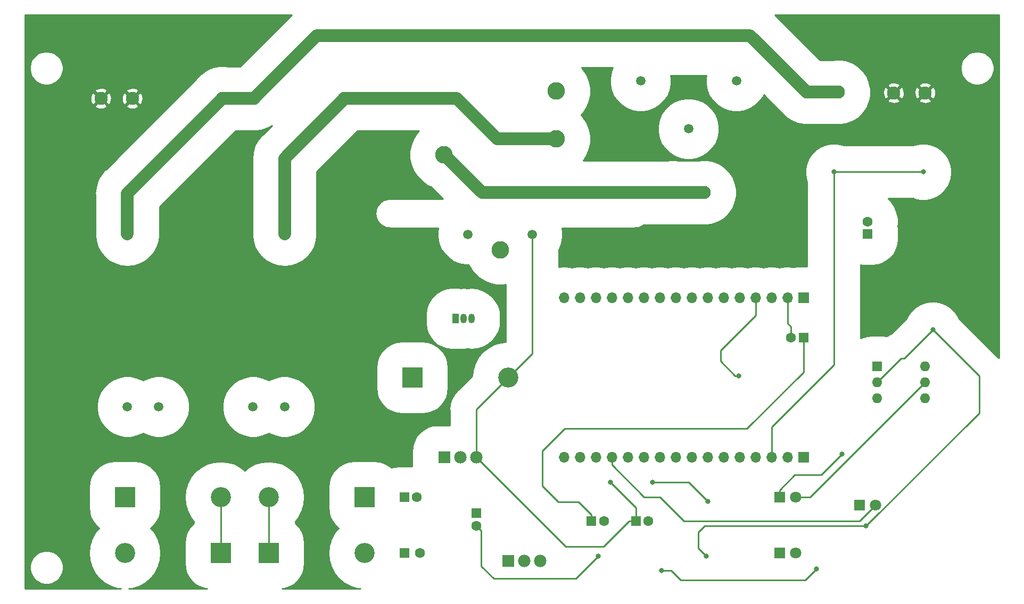
<source format=gbr>
G04 #@! TF.GenerationSoftware,KiCad,Pcbnew,(5.1.4)-1*
G04 #@! TF.CreationDate,2021-06-15T15:34:46+02:00*
G04 #@! TF.ProjectId,IOT SMART SWITCH,494f5420-534d-4415-9254-205357495443,1.0*
G04 #@! TF.SameCoordinates,Original*
G04 #@! TF.FileFunction,Copper,L2,Bot*
G04 #@! TF.FilePolarity,Positive*
%FSLAX46Y46*%
G04 Gerber Fmt 4.6, Leading zero omitted, Abs format (unit mm)*
G04 Created by KiCad (PCBNEW (5.1.4)-1) date 2021-06-15 15:34:46*
%MOMM*%
%LPD*%
G04 APERTURE LIST*
%ADD10O,1.700000X1.700000*%
%ADD11R,1.700000X1.700000*%
%ADD12R,1.600000X1.600000*%
%ADD13C,1.600000*%
%ADD14C,1.519000*%
%ADD15C,2.100000*%
%ADD16C,1.500000*%
%ADD17O,3.200000X3.200000*%
%ADD18R,3.200000X3.200000*%
%ADD19C,1.800000*%
%ADD20R,1.800000X1.800000*%
%ADD21C,2.800000*%
%ADD22O,1.050000X1.500000*%
%ADD23R,1.050000X1.500000*%
%ADD24O,1.600000X1.600000*%
%ADD25C,1.980000*%
%ADD26R,1.980000X1.980000*%
%ADD27C,0.800000*%
%ADD28C,0.250000*%
%ADD29C,2.000000*%
%ADD30C,0.254000*%
G04 APERTURE END LIST*
D10*
X152400000Y-77470000D03*
X154940000Y-77470000D03*
X157480000Y-77470000D03*
X160020000Y-77470000D03*
X162560000Y-77470000D03*
X165100000Y-77470000D03*
X167640000Y-77470000D03*
X170180000Y-77470000D03*
X172720000Y-77470000D03*
X175260000Y-77470000D03*
X177800000Y-77470000D03*
X180340000Y-77470000D03*
X182880000Y-77470000D03*
X185420000Y-77470000D03*
X187960000Y-77470000D03*
D11*
X190500000Y-77470000D03*
D12*
X163830000Y-113030000D03*
D13*
X165830000Y-113030000D03*
D14*
X164592000Y-42926000D03*
X179832000Y-42926000D03*
X172212000Y-50546000D03*
D15*
X169672000Y-60706000D03*
X174672000Y-60706000D03*
D16*
X107950000Y-67310000D03*
X82950000Y-67310000D03*
X82950000Y-94810000D03*
X87950000Y-94810000D03*
X102950000Y-94810000D03*
X107950000Y-94810000D03*
D12*
X127000000Y-118110000D03*
D13*
X129500000Y-118110000D03*
X200660000Y-65310000D03*
D12*
X200660000Y-67310000D03*
D13*
X129000000Y-109220000D03*
D12*
X127000000Y-109220000D03*
X138430000Y-111760000D03*
D13*
X138430000Y-113760000D03*
D12*
X190500000Y-83820000D03*
D13*
X188500000Y-83820000D03*
X158750000Y-113030000D03*
D12*
X156750000Y-113030000D03*
D17*
X143510000Y-90170000D03*
D18*
X128270000Y-90170000D03*
X120650000Y-109220000D03*
D17*
X105410000Y-109220000D03*
X120650000Y-118110000D03*
D18*
X105410000Y-118110000D03*
X82550000Y-109220000D03*
D17*
X97790000Y-109220000D03*
D18*
X97790000Y-118110000D03*
D17*
X82550000Y-118110000D03*
D19*
X201930000Y-110490000D03*
D20*
X199390000Y-110490000D03*
X186690000Y-109220000D03*
D19*
X189230000Y-109220000D03*
D20*
X186690000Y-118110000D03*
D19*
X189230000Y-118110000D03*
D11*
X190500000Y-102870000D03*
D10*
X187960000Y-102870000D03*
X185420000Y-102870000D03*
X182880000Y-102870000D03*
X180340000Y-102870000D03*
X177800000Y-102870000D03*
X175260000Y-102870000D03*
X172720000Y-102870000D03*
X170180000Y-102870000D03*
X167640000Y-102870000D03*
X165100000Y-102870000D03*
X162560000Y-102870000D03*
X160020000Y-102870000D03*
X157480000Y-102870000D03*
X154940000Y-102870000D03*
X152400000Y-102870000D03*
D21*
X142240000Y-69850000D03*
D16*
X147340000Y-67350000D03*
D21*
X151140000Y-52150000D03*
X151140000Y-44550000D03*
X133340000Y-54650000D03*
D16*
X137140000Y-67350000D03*
D22*
X136398000Y-80772000D03*
X137668000Y-80772000D03*
D23*
X135128000Y-80772000D03*
D24*
X209804000Y-88392000D03*
X202184000Y-93472000D03*
X209804000Y-90932000D03*
X202184000Y-90932000D03*
X209804000Y-93472000D03*
D12*
X202184000Y-88392000D03*
D25*
X138450000Y-102870000D03*
X135900000Y-102870000D03*
D26*
X133350000Y-102870000D03*
X143510000Y-119380000D03*
D25*
X146060000Y-119380000D03*
X148610000Y-119380000D03*
D15*
X122475000Y-45720000D03*
X117475000Y-45720000D03*
X78740000Y-45720000D03*
X83740000Y-45720000D03*
X98044000Y-45720000D03*
X103044000Y-45720000D03*
X196008000Y-44704000D03*
X191008000Y-44704000D03*
X209851000Y-44831000D03*
X204851000Y-44831000D03*
D27*
X211074000Y-82550000D03*
X157828410Y-118618000D03*
X175006000Y-118618000D03*
X200406000Y-113792000D03*
X167894000Y-120904000D03*
X192532000Y-120650000D03*
X166497000Y-106807000D03*
X175260000Y-109855000D03*
X159766000Y-106807000D03*
X196596000Y-102362000D03*
X180213000Y-89916000D03*
X209550000Y-57404000D03*
X195326000Y-57404000D03*
D28*
X187960000Y-77470000D02*
X187960000Y-81534000D01*
X188500000Y-82074000D02*
X188500000Y-83820000D01*
X187960000Y-81534000D02*
X188500000Y-82074000D01*
X205994000Y-87122000D02*
X202184000Y-90932000D01*
X211074000Y-82550000D02*
X206502000Y-87122000D01*
X206502000Y-87122000D02*
X205994000Y-87122000D01*
X139229999Y-114559999D02*
X139229999Y-120179999D01*
X138430000Y-113760000D02*
X139229999Y-114559999D01*
X139229999Y-120179999D02*
X141224000Y-122174000D01*
X141224000Y-122174000D02*
X148590000Y-122174000D01*
X154272410Y-122174000D02*
X157828410Y-118618000D01*
X148590000Y-122174000D02*
X154272410Y-122174000D01*
X157828410Y-118618000D02*
X157828410Y-118618000D01*
X218440000Y-89916000D02*
X211074000Y-82550000D01*
X175006000Y-118618000D02*
X173736000Y-117348000D01*
X173736000Y-114808000D02*
X174752000Y-113792000D01*
X174752000Y-113792000D02*
X200406000Y-113792000D01*
X200441002Y-113792000D02*
X218440000Y-95793002D01*
X173736000Y-117348000D02*
X173736000Y-114808000D01*
X218440000Y-95793002D02*
X218440000Y-89916000D01*
X200406000Y-113792000D02*
X200441002Y-113792000D01*
X167894000Y-120904000D02*
X169418000Y-120904000D01*
X169418000Y-120904000D02*
X170942000Y-122428000D01*
X170942000Y-122428000D02*
X190754000Y-122428000D01*
X190754000Y-122428000D02*
X192532000Y-120650000D01*
X192532000Y-120650000D02*
X192532000Y-120650000D01*
X190500000Y-89281000D02*
X190500000Y-83820000D01*
X181515001Y-98265999D02*
X190500000Y-89281000D01*
X152559001Y-98265999D02*
X181515001Y-98265999D01*
X156750000Y-111980000D02*
X154752000Y-109982000D01*
X156750000Y-113030000D02*
X156750000Y-111980000D01*
X154752000Y-109982000D02*
X151511000Y-109982000D01*
X151511000Y-109982000D02*
X148971000Y-107442000D01*
X148971000Y-107442000D02*
X148971000Y-101854000D01*
X148971000Y-101854000D02*
X152559001Y-98265999D01*
X147340000Y-86340000D02*
X143510000Y-90170000D01*
X147340000Y-67350000D02*
X147340000Y-86340000D01*
X138450000Y-102870000D02*
X152674000Y-117094000D01*
X162780000Y-113030000D02*
X163830000Y-113030000D01*
X158716000Y-117094000D02*
X162780000Y-113030000D01*
X152674000Y-117094000D02*
X158716000Y-117094000D01*
X191516000Y-109220000D02*
X209804000Y-90932000D01*
X189230000Y-109220000D02*
X191516000Y-109220000D01*
X138450000Y-95230000D02*
X143510000Y-90170000D01*
X138450000Y-102870000D02*
X138450000Y-95230000D01*
X163830000Y-110871000D02*
X159766000Y-106807000D01*
X163830000Y-113030000D02*
X163830000Y-110871000D01*
X172212000Y-106807000D02*
X175260000Y-109855000D01*
X166497000Y-106807000D02*
X172212000Y-106807000D01*
X105410000Y-111482741D02*
X105410000Y-118110000D01*
X105410000Y-109220000D02*
X105410000Y-111482741D01*
X97790000Y-116260000D02*
X97790000Y-109220000D01*
X97790000Y-118110000D02*
X97790000Y-116260000D01*
X160020000Y-104072081D02*
X165167919Y-109220000D01*
X160020000Y-102870000D02*
X160020000Y-104072081D01*
X165167919Y-109220000D02*
X167640000Y-109220000D01*
X167640000Y-109220000D02*
X171450000Y-113030000D01*
X199390000Y-113030000D02*
X201930000Y-110490000D01*
X171450000Y-113030000D02*
X199390000Y-113030000D01*
X186690000Y-108070000D02*
X189096000Y-105664000D01*
X186690000Y-109220000D02*
X186690000Y-108070000D01*
X189096000Y-105664000D02*
X193040000Y-105664000D01*
X193040000Y-105664000D02*
X193294000Y-105664000D01*
X193294000Y-105664000D02*
X196596000Y-102362000D01*
X196596000Y-102362000D02*
X196596000Y-102362000D01*
D29*
X107950000Y-55245000D02*
X117475000Y-45720000D01*
X107950000Y-67310000D02*
X107950000Y-55245000D01*
X141792002Y-52150000D02*
X135362002Y-45720000D01*
X151140000Y-52150000D02*
X141792002Y-52150000D01*
X135362002Y-45720000D02*
X117475000Y-45720000D01*
X82950000Y-60814000D02*
X98044000Y-45720000D01*
X82950000Y-67310000D02*
X82950000Y-60814000D01*
X98044000Y-45720000D02*
X101600000Y-45720000D01*
X101600000Y-45720000D02*
X103044000Y-45720000D01*
X103044000Y-45720000D02*
X113077000Y-35687000D01*
X181991000Y-35687000D02*
X191008000Y-44704000D01*
X113077000Y-35687000D02*
X181991000Y-35687000D01*
X191008000Y-44704000D02*
X196008000Y-44704000D01*
D28*
X179647315Y-89916000D02*
X177292000Y-87560685D01*
X180213000Y-89916000D02*
X179647315Y-89916000D01*
X182880000Y-77470000D02*
X182880000Y-80264000D01*
X177292000Y-85852000D02*
X177292000Y-87560685D01*
X182880000Y-80264000D02*
X177292000Y-85852000D01*
X209550000Y-57404000D02*
X209550000Y-57404000D01*
X209550000Y-57404000D02*
X209550000Y-57404000D01*
X195326000Y-57404000D02*
X209550000Y-57404000D01*
X185420000Y-102870000D02*
X185420000Y-98044000D01*
X195326000Y-88138000D02*
X195326000Y-57404000D01*
X185420000Y-98044000D02*
X195326000Y-88138000D01*
D29*
X139396000Y-60706000D02*
X133340000Y-54650000D01*
X169672000Y-60706000D02*
X139396000Y-60706000D01*
X169672000Y-60706000D02*
X174672000Y-60706000D01*
D30*
G36*
X100920328Y-40593000D02*
G01*
X98805257Y-40593000D01*
X98553890Y-40543000D01*
X97534110Y-40543000D01*
X96533925Y-40741949D01*
X95591771Y-41132202D01*
X94743855Y-41698762D01*
X94022762Y-42419855D01*
X93880375Y-42632952D01*
X79502766Y-57010562D01*
X79307123Y-57171122D01*
X78666430Y-57951809D01*
X78548064Y-58173257D01*
X78190352Y-58842489D01*
X77897184Y-59808933D01*
X77798193Y-60814000D01*
X77823000Y-61065868D01*
X77823000Y-67561868D01*
X77897184Y-68315067D01*
X78190351Y-69281510D01*
X78666429Y-70172190D01*
X79307122Y-70952878D01*
X80087809Y-71593571D01*
X80978489Y-72069649D01*
X81944932Y-72362816D01*
X82950000Y-72461807D01*
X83955067Y-72362816D01*
X84921510Y-72069649D01*
X85812190Y-71593571D01*
X86592878Y-70952878D01*
X87233571Y-70172191D01*
X87709649Y-69281511D01*
X88002816Y-68315068D01*
X88077000Y-67561869D01*
X88077000Y-62937672D01*
X100167673Y-50847000D01*
X102282743Y-50847000D01*
X102534110Y-50897000D01*
X103553890Y-50897000D01*
X104554075Y-50698051D01*
X105496229Y-50307798D01*
X105919050Y-50025278D01*
X104502766Y-51441562D01*
X104307123Y-51602122D01*
X103666430Y-52382809D01*
X103190352Y-53273489D01*
X102897184Y-54239933D01*
X102798193Y-55245000D01*
X102823001Y-55496878D01*
X102823000Y-67561868D01*
X102897184Y-68315067D01*
X103190351Y-69281510D01*
X103666429Y-70172190D01*
X104307122Y-70952878D01*
X105087809Y-71593571D01*
X105978489Y-72069649D01*
X106944932Y-72362816D01*
X107950000Y-72461807D01*
X108955067Y-72362816D01*
X109921510Y-72069649D01*
X110812190Y-71593571D01*
X111592878Y-70952878D01*
X112233571Y-70172191D01*
X112709649Y-69281511D01*
X113002816Y-68315068D01*
X113077000Y-67561869D01*
X113077000Y-57368672D01*
X119598673Y-50847000D01*
X121713743Y-50847000D01*
X121965110Y-50897000D01*
X122984890Y-50897000D01*
X123236257Y-50847000D01*
X129326642Y-50847000D01*
X129046899Y-51126743D01*
X128442036Y-52031984D01*
X128025399Y-53037834D01*
X127813000Y-54105638D01*
X127813000Y-55194362D01*
X128025399Y-56262166D01*
X128442036Y-57268016D01*
X129046899Y-58173257D01*
X129816743Y-58943101D01*
X130721984Y-59547964D01*
X131174893Y-59735565D01*
X133136327Y-61697000D01*
X124681581Y-61697000D01*
X124647963Y-61700311D01*
X124626544Y-61700311D01*
X124617379Y-61701274D01*
X124297169Y-61737191D01*
X124238675Y-61749624D01*
X124179975Y-61761247D01*
X124171178Y-61763971D01*
X124171174Y-61763972D01*
X124171171Y-61763973D01*
X124171172Y-61763973D01*
X123864037Y-61861403D01*
X123809100Y-61884949D01*
X123753751Y-61907762D01*
X123745645Y-61912145D01*
X123463282Y-62067375D01*
X123413926Y-62101170D01*
X123364099Y-62134275D01*
X123356999Y-62140149D01*
X123110166Y-62347267D01*
X123068322Y-62389997D01*
X123025868Y-62432155D01*
X123020044Y-62439296D01*
X122818140Y-62690414D01*
X122785404Y-62740439D01*
X122751933Y-62790061D01*
X122747607Y-62798198D01*
X122598325Y-63083750D01*
X122575929Y-63139182D01*
X122552735Y-63194358D01*
X122550072Y-63203180D01*
X122459097Y-63512288D01*
X122447899Y-63570994D01*
X122435859Y-63629643D01*
X122434960Y-63638815D01*
X122405756Y-63959708D01*
X122406174Y-64019525D01*
X122405756Y-64079343D01*
X122406656Y-64088515D01*
X122440337Y-64408968D01*
X122452360Y-64467542D01*
X122463574Y-64526326D01*
X122466238Y-64535148D01*
X122561520Y-64842956D01*
X122584694Y-64898082D01*
X122607109Y-64953564D01*
X122611436Y-64961700D01*
X122764691Y-65245140D01*
X122798158Y-65294756D01*
X122830896Y-65344786D01*
X122836720Y-65351927D01*
X123042110Y-65600201D01*
X123084546Y-65642341D01*
X123126409Y-65685091D01*
X123133510Y-65690964D01*
X123383211Y-65894616D01*
X123433020Y-65927708D01*
X123482392Y-65961515D01*
X123490499Y-65965898D01*
X123775001Y-66117171D01*
X123830307Y-66139966D01*
X123885290Y-66163532D01*
X123894093Y-66166257D01*
X124202558Y-66259388D01*
X124261261Y-66271011D01*
X124319750Y-66283444D01*
X124328914Y-66284407D01*
X124649596Y-66315850D01*
X124649598Y-66315850D01*
X124681581Y-66319000D01*
X132372532Y-66319000D01*
X132263000Y-66869657D01*
X132263000Y-67830343D01*
X132450420Y-68772569D01*
X132818058Y-69660126D01*
X133351787Y-70458906D01*
X134031094Y-71138213D01*
X134829874Y-71671942D01*
X135717431Y-72039580D01*
X136659657Y-72227000D01*
X137242204Y-72227000D01*
X137342036Y-72468016D01*
X137946899Y-73373257D01*
X138716743Y-74143101D01*
X139621984Y-74747964D01*
X140627834Y-75164601D01*
X141695638Y-75377000D01*
X142784362Y-75377000D01*
X143088000Y-75316603D01*
X143088001Y-84456853D01*
X142387312Y-84525865D01*
X141307768Y-84853341D01*
X140312854Y-85385134D01*
X139440806Y-86100806D01*
X138725134Y-86972854D01*
X138193341Y-87967768D01*
X137865865Y-89047312D01*
X137783534Y-89883230D01*
X135591082Y-92075683D01*
X135428836Y-92208835D01*
X135295684Y-92371081D01*
X135295681Y-92371084D01*
X134897485Y-92856286D01*
X134502658Y-93594957D01*
X134259524Y-94396462D01*
X134177428Y-95230000D01*
X134198001Y-95438881D01*
X134198001Y-97733032D01*
X132360000Y-97733032D01*
X131550967Y-97812715D01*
X130773024Y-98048701D01*
X130056068Y-98431922D01*
X129427651Y-98947651D01*
X128911922Y-99576068D01*
X128528701Y-100293024D01*
X128292715Y-101070967D01*
X128213032Y-101880000D01*
X128213032Y-103860000D01*
X128258157Y-104318157D01*
X127800000Y-104273032D01*
X126200000Y-104273032D01*
X125390967Y-104352715D01*
X124940671Y-104489311D01*
X124553932Y-104171922D01*
X123836976Y-103788701D01*
X123059033Y-103552715D01*
X122250000Y-103473032D01*
X119050000Y-103473032D01*
X118240967Y-103552715D01*
X117463024Y-103788701D01*
X116746068Y-104171922D01*
X116117651Y-104687651D01*
X115601922Y-105316068D01*
X115218701Y-106033024D01*
X114982715Y-106810967D01*
X114903032Y-107620000D01*
X114903032Y-110820000D01*
X114982715Y-111629033D01*
X115218701Y-112406976D01*
X115601922Y-113123932D01*
X116117651Y-113752349D01*
X116535864Y-114095568D01*
X115865134Y-114912854D01*
X115333341Y-115907768D01*
X115005865Y-116987312D01*
X114895290Y-118110000D01*
X115005865Y-119232688D01*
X115333341Y-120312232D01*
X115865134Y-121307146D01*
X116580806Y-122179194D01*
X117452854Y-122894866D01*
X118447768Y-123426659D01*
X119527312Y-123754135D01*
X119992987Y-123800000D01*
X107588404Y-123800000D01*
X107819033Y-123777285D01*
X108596976Y-123541299D01*
X109313932Y-123158078D01*
X109942349Y-122642349D01*
X110458078Y-122013932D01*
X110841299Y-121296976D01*
X111077285Y-120519033D01*
X111156968Y-119710000D01*
X111156968Y-116510000D01*
X111077285Y-115700967D01*
X110841299Y-114923024D01*
X110458078Y-114206068D01*
X109942349Y-113577651D01*
X109662000Y-113347574D01*
X109662000Y-113066444D01*
X110194866Y-112417146D01*
X110726659Y-111422232D01*
X111054135Y-110342688D01*
X111164710Y-109220000D01*
X111054135Y-108097312D01*
X110726659Y-107017768D01*
X110194866Y-106022854D01*
X109479194Y-105150806D01*
X108607146Y-104435134D01*
X107612232Y-103903341D01*
X106532688Y-103575865D01*
X105691345Y-103493000D01*
X105128655Y-103493000D01*
X104287312Y-103575865D01*
X103207768Y-103903341D01*
X102212854Y-104435134D01*
X101600000Y-104938091D01*
X100987146Y-104435134D01*
X99992232Y-103903341D01*
X98912688Y-103575865D01*
X98071345Y-103493000D01*
X97508655Y-103493000D01*
X96667312Y-103575865D01*
X95587768Y-103903341D01*
X94592854Y-104435134D01*
X93720806Y-105150806D01*
X93005134Y-106022854D01*
X92473341Y-107017768D01*
X92145865Y-108097312D01*
X92035290Y-109220000D01*
X92145865Y-110342688D01*
X92473341Y-111422232D01*
X93005134Y-112417146D01*
X93538000Y-113066444D01*
X93538000Y-113347574D01*
X93257651Y-113577651D01*
X92741922Y-114206068D01*
X92358701Y-114923024D01*
X92122715Y-115700967D01*
X92043032Y-116510000D01*
X92043032Y-119710000D01*
X92122715Y-120519033D01*
X92358701Y-121296976D01*
X92741922Y-122013932D01*
X93257651Y-122642349D01*
X93886068Y-123158078D01*
X94603024Y-123541299D01*
X95380967Y-123777285D01*
X95611596Y-123800000D01*
X83207013Y-123800000D01*
X83672688Y-123754135D01*
X84752232Y-123426659D01*
X85747146Y-122894866D01*
X86619194Y-122179194D01*
X87334866Y-121307146D01*
X87866659Y-120312232D01*
X88194135Y-119232688D01*
X88304710Y-118110000D01*
X88194135Y-116987312D01*
X87866659Y-115907768D01*
X87334866Y-114912854D01*
X86664136Y-114095568D01*
X87082349Y-113752349D01*
X87598078Y-113123932D01*
X87981299Y-112406976D01*
X88217285Y-111629033D01*
X88296968Y-110820000D01*
X88296968Y-107620000D01*
X88217285Y-106810967D01*
X87981299Y-106033024D01*
X87598078Y-105316068D01*
X87082349Y-104687651D01*
X86453932Y-104171922D01*
X85736976Y-103788701D01*
X84959033Y-103552715D01*
X84150000Y-103473032D01*
X80950000Y-103473032D01*
X80140967Y-103552715D01*
X79363024Y-103788701D01*
X78646068Y-104171922D01*
X78017651Y-104687651D01*
X77501922Y-105316068D01*
X77118701Y-106033024D01*
X76882715Y-106810967D01*
X76803032Y-107620000D01*
X76803032Y-110820000D01*
X76882715Y-111629033D01*
X77118701Y-112406976D01*
X77501922Y-113123932D01*
X78017651Y-113752349D01*
X78435864Y-114095568D01*
X77765134Y-114912854D01*
X77233341Y-115907768D01*
X76905865Y-116987312D01*
X76795290Y-118110000D01*
X76905865Y-119232688D01*
X77233341Y-120312232D01*
X77765134Y-121307146D01*
X78480806Y-122179194D01*
X79352854Y-122894866D01*
X80347768Y-123426659D01*
X81427312Y-123754135D01*
X81892987Y-123800000D01*
X66700000Y-123800000D01*
X66700000Y-120133314D01*
X67436905Y-120133314D01*
X67436905Y-120658686D01*
X67539400Y-121173963D01*
X67740451Y-121659343D01*
X68032332Y-122096174D01*
X68403826Y-122467668D01*
X68840657Y-122759549D01*
X69326037Y-122960600D01*
X69841314Y-123063095D01*
X70366686Y-123063095D01*
X70881963Y-122960600D01*
X71367343Y-122759549D01*
X71804174Y-122467668D01*
X72175668Y-122096174D01*
X72467549Y-121659343D01*
X72668600Y-121173963D01*
X72771095Y-120658686D01*
X72771095Y-120133314D01*
X72668600Y-119618037D01*
X72467549Y-119132657D01*
X72175668Y-118695826D01*
X71804174Y-118324332D01*
X71367343Y-118032451D01*
X70881963Y-117831400D01*
X70366686Y-117728905D01*
X69841314Y-117728905D01*
X69326037Y-117831400D01*
X68840657Y-118032451D01*
X68403826Y-118324332D01*
X68032332Y-118695826D01*
X67740451Y-119132657D01*
X67539400Y-119618037D01*
X67436905Y-120133314D01*
X66700000Y-120133314D01*
X66700000Y-94329657D01*
X78073000Y-94329657D01*
X78073000Y-95290343D01*
X78260420Y-96232569D01*
X78628058Y-97120126D01*
X79161787Y-97918906D01*
X79841094Y-98598213D01*
X80639874Y-99131942D01*
X81527431Y-99499580D01*
X82469657Y-99687000D01*
X83430343Y-99687000D01*
X84372569Y-99499580D01*
X85260126Y-99131942D01*
X85450000Y-99005072D01*
X85639874Y-99131942D01*
X86527431Y-99499580D01*
X87469657Y-99687000D01*
X88430343Y-99687000D01*
X89372569Y-99499580D01*
X90260126Y-99131942D01*
X91058906Y-98598213D01*
X91738213Y-97918906D01*
X92271942Y-97120126D01*
X92639580Y-96232569D01*
X92827000Y-95290343D01*
X92827000Y-94329657D01*
X98073000Y-94329657D01*
X98073000Y-95290343D01*
X98260420Y-96232569D01*
X98628058Y-97120126D01*
X99161787Y-97918906D01*
X99841094Y-98598213D01*
X100639874Y-99131942D01*
X101527431Y-99499580D01*
X102469657Y-99687000D01*
X103430343Y-99687000D01*
X104372569Y-99499580D01*
X105260126Y-99131942D01*
X105450000Y-99005072D01*
X105639874Y-99131942D01*
X106527431Y-99499580D01*
X107469657Y-99687000D01*
X108430343Y-99687000D01*
X109372569Y-99499580D01*
X110260126Y-99131942D01*
X111058906Y-98598213D01*
X111738213Y-97918906D01*
X112271942Y-97120126D01*
X112639580Y-96232569D01*
X112827000Y-95290343D01*
X112827000Y-94329657D01*
X112639580Y-93387431D01*
X112271942Y-92499874D01*
X111738213Y-91701094D01*
X111058906Y-91021787D01*
X110260126Y-90488058D01*
X109372569Y-90120420D01*
X108430343Y-89933000D01*
X107469657Y-89933000D01*
X106527431Y-90120420D01*
X105639874Y-90488058D01*
X105450000Y-90614928D01*
X105260126Y-90488058D01*
X104372569Y-90120420D01*
X103430343Y-89933000D01*
X102469657Y-89933000D01*
X101527431Y-90120420D01*
X100639874Y-90488058D01*
X99841094Y-91021787D01*
X99161787Y-91701094D01*
X98628058Y-92499874D01*
X98260420Y-93387431D01*
X98073000Y-94329657D01*
X92827000Y-94329657D01*
X92639580Y-93387431D01*
X92271942Y-92499874D01*
X91738213Y-91701094D01*
X91058906Y-91021787D01*
X90260126Y-90488058D01*
X89372569Y-90120420D01*
X88430343Y-89933000D01*
X87469657Y-89933000D01*
X86527431Y-90120420D01*
X85639874Y-90488058D01*
X85450000Y-90614928D01*
X85260126Y-90488058D01*
X84372569Y-90120420D01*
X83430343Y-89933000D01*
X82469657Y-89933000D01*
X81527431Y-90120420D01*
X80639874Y-90488058D01*
X79841094Y-91021787D01*
X79161787Y-91701094D01*
X78628058Y-92499874D01*
X78260420Y-93387431D01*
X78073000Y-94329657D01*
X66700000Y-94329657D01*
X66700000Y-88570000D01*
X122523032Y-88570000D01*
X122523032Y-91770000D01*
X122602715Y-92579033D01*
X122838701Y-93356976D01*
X123221922Y-94073932D01*
X123737651Y-94702349D01*
X124366068Y-95218078D01*
X125083024Y-95601299D01*
X125860967Y-95837285D01*
X126670000Y-95916968D01*
X129870000Y-95916968D01*
X130679033Y-95837285D01*
X131456976Y-95601299D01*
X132173932Y-95218078D01*
X132802349Y-94702349D01*
X133318078Y-94073932D01*
X133701299Y-93356976D01*
X133937285Y-92579033D01*
X134016968Y-91770000D01*
X134016968Y-88570000D01*
X133937285Y-87760967D01*
X133701299Y-86983024D01*
X133318078Y-86266068D01*
X132802349Y-85637651D01*
X132173932Y-85121922D01*
X131456976Y-84738701D01*
X130679033Y-84502715D01*
X129870000Y-84423032D01*
X126670000Y-84423032D01*
X125860967Y-84502715D01*
X125083024Y-84738701D01*
X124366068Y-85121922D01*
X123737651Y-85637651D01*
X123221922Y-86266068D01*
X122838701Y-86983024D01*
X122602715Y-87760967D01*
X122523032Y-88570000D01*
X66700000Y-88570000D01*
X66700000Y-80022000D01*
X130456032Y-80022000D01*
X130456032Y-81522000D01*
X130535715Y-82331033D01*
X130771701Y-83108976D01*
X131154922Y-83825932D01*
X131670651Y-84454349D01*
X132299068Y-84970078D01*
X133016024Y-85353299D01*
X133793967Y-85589285D01*
X134603000Y-85668968D01*
X135653000Y-85668968D01*
X136012599Y-85633550D01*
X136398000Y-85671509D01*
X137033000Y-85608967D01*
X137668000Y-85671509D01*
X138579951Y-85581690D01*
X139456857Y-85315683D01*
X140265018Y-84883712D01*
X140973377Y-84302377D01*
X141554712Y-83594017D01*
X141986683Y-82785856D01*
X142252690Y-81908950D01*
X142320000Y-81225538D01*
X142320000Y-80318461D01*
X142252690Y-79635049D01*
X141986683Y-78758143D01*
X141554712Y-77949982D01*
X140973377Y-77241623D01*
X140265017Y-76660288D01*
X139456856Y-76228317D01*
X138579950Y-75962310D01*
X137668000Y-75872491D01*
X137033000Y-75935033D01*
X136398000Y-75872491D01*
X136012599Y-75910450D01*
X135653000Y-75875032D01*
X134603000Y-75875032D01*
X133793967Y-75954715D01*
X133016024Y-76190701D01*
X132299068Y-76573922D01*
X131670651Y-77089651D01*
X131154922Y-77718068D01*
X130771701Y-78435024D01*
X130535715Y-79212967D01*
X130456032Y-80022000D01*
X66700000Y-80022000D01*
X66700000Y-46891066D01*
X77748539Y-46891066D01*
X77850339Y-47160579D01*
X78148477Y-47306463D01*
X78469346Y-47391380D01*
X78800617Y-47412066D01*
X79129557Y-47367728D01*
X79443527Y-47260069D01*
X79629661Y-47160579D01*
X79731461Y-46891066D01*
X82748539Y-46891066D01*
X82850339Y-47160579D01*
X83148477Y-47306463D01*
X83469346Y-47391380D01*
X83800617Y-47412066D01*
X84129557Y-47367728D01*
X84443527Y-47260069D01*
X84629661Y-47160579D01*
X84731461Y-46891066D01*
X83740000Y-45899605D01*
X82748539Y-46891066D01*
X79731461Y-46891066D01*
X78740000Y-45899605D01*
X77748539Y-46891066D01*
X66700000Y-46891066D01*
X66700000Y-45780617D01*
X77047934Y-45780617D01*
X77092272Y-46109557D01*
X77199931Y-46423527D01*
X77299421Y-46609661D01*
X77568934Y-46711461D01*
X78560395Y-45720000D01*
X78919605Y-45720000D01*
X79911066Y-46711461D01*
X80180579Y-46609661D01*
X80326463Y-46311523D01*
X80411380Y-45990654D01*
X80424495Y-45780617D01*
X82047934Y-45780617D01*
X82092272Y-46109557D01*
X82199931Y-46423527D01*
X82299421Y-46609661D01*
X82568934Y-46711461D01*
X83560395Y-45720000D01*
X83919605Y-45720000D01*
X84911066Y-46711461D01*
X85180579Y-46609661D01*
X85326463Y-46311523D01*
X85411380Y-45990654D01*
X85432066Y-45659383D01*
X85387728Y-45330443D01*
X85280069Y-45016473D01*
X85180579Y-44830339D01*
X84911066Y-44728539D01*
X83919605Y-45720000D01*
X83560395Y-45720000D01*
X82568934Y-44728539D01*
X82299421Y-44830339D01*
X82153537Y-45128477D01*
X82068620Y-45449346D01*
X82047934Y-45780617D01*
X80424495Y-45780617D01*
X80432066Y-45659383D01*
X80387728Y-45330443D01*
X80280069Y-45016473D01*
X80180579Y-44830339D01*
X79911066Y-44728539D01*
X78919605Y-45720000D01*
X78560395Y-45720000D01*
X77568934Y-44728539D01*
X77299421Y-44830339D01*
X77153537Y-45128477D01*
X77068620Y-45449346D01*
X77047934Y-45780617D01*
X66700000Y-45780617D01*
X66700000Y-44548934D01*
X77748539Y-44548934D01*
X78740000Y-45540395D01*
X79731461Y-44548934D01*
X82748539Y-44548934D01*
X83740000Y-45540395D01*
X84731461Y-44548934D01*
X84629661Y-44279421D01*
X84331523Y-44133537D01*
X84010654Y-44048620D01*
X83679383Y-44027934D01*
X83350443Y-44072272D01*
X83036473Y-44179931D01*
X82850339Y-44279421D01*
X82748539Y-44548934D01*
X79731461Y-44548934D01*
X79629661Y-44279421D01*
X79331523Y-44133537D01*
X79010654Y-44048620D01*
X78679383Y-44027934D01*
X78350443Y-44072272D01*
X78036473Y-44179931D01*
X77850339Y-44279421D01*
X77748539Y-44548934D01*
X66700000Y-44548934D01*
X66700000Y-40631314D01*
X67404905Y-40631314D01*
X67404905Y-41156686D01*
X67507400Y-41671963D01*
X67708451Y-42157343D01*
X68000332Y-42594174D01*
X68371826Y-42965668D01*
X68808657Y-43257549D01*
X69294037Y-43458600D01*
X69809314Y-43561095D01*
X70334686Y-43561095D01*
X70849963Y-43458600D01*
X71335343Y-43257549D01*
X71772174Y-42965668D01*
X72143668Y-42594174D01*
X72435549Y-42157343D01*
X72636600Y-41671963D01*
X72739095Y-41156686D01*
X72739095Y-40631314D01*
X72636600Y-40116037D01*
X72435549Y-39630657D01*
X72143668Y-39193826D01*
X71772174Y-38822332D01*
X71335343Y-38530451D01*
X70849963Y-38329400D01*
X70334686Y-38226905D01*
X69809314Y-38226905D01*
X69294037Y-38329400D01*
X68808657Y-38530451D01*
X68371826Y-38822332D01*
X68000332Y-39193826D01*
X67708451Y-39630657D01*
X67507400Y-40116037D01*
X67404905Y-40631314D01*
X66700000Y-40631314D01*
X66700000Y-32410000D01*
X109103328Y-32410000D01*
X100920328Y-40593000D01*
X100920328Y-40593000D01*
G37*
X100920328Y-40593000D02*
X98805257Y-40593000D01*
X98553890Y-40543000D01*
X97534110Y-40543000D01*
X96533925Y-40741949D01*
X95591771Y-41132202D01*
X94743855Y-41698762D01*
X94022762Y-42419855D01*
X93880375Y-42632952D01*
X79502766Y-57010562D01*
X79307123Y-57171122D01*
X78666430Y-57951809D01*
X78548064Y-58173257D01*
X78190352Y-58842489D01*
X77897184Y-59808933D01*
X77798193Y-60814000D01*
X77823000Y-61065868D01*
X77823000Y-67561868D01*
X77897184Y-68315067D01*
X78190351Y-69281510D01*
X78666429Y-70172190D01*
X79307122Y-70952878D01*
X80087809Y-71593571D01*
X80978489Y-72069649D01*
X81944932Y-72362816D01*
X82950000Y-72461807D01*
X83955067Y-72362816D01*
X84921510Y-72069649D01*
X85812190Y-71593571D01*
X86592878Y-70952878D01*
X87233571Y-70172191D01*
X87709649Y-69281511D01*
X88002816Y-68315068D01*
X88077000Y-67561869D01*
X88077000Y-62937672D01*
X100167673Y-50847000D01*
X102282743Y-50847000D01*
X102534110Y-50897000D01*
X103553890Y-50897000D01*
X104554075Y-50698051D01*
X105496229Y-50307798D01*
X105919050Y-50025278D01*
X104502766Y-51441562D01*
X104307123Y-51602122D01*
X103666430Y-52382809D01*
X103190352Y-53273489D01*
X102897184Y-54239933D01*
X102798193Y-55245000D01*
X102823001Y-55496878D01*
X102823000Y-67561868D01*
X102897184Y-68315067D01*
X103190351Y-69281510D01*
X103666429Y-70172190D01*
X104307122Y-70952878D01*
X105087809Y-71593571D01*
X105978489Y-72069649D01*
X106944932Y-72362816D01*
X107950000Y-72461807D01*
X108955067Y-72362816D01*
X109921510Y-72069649D01*
X110812190Y-71593571D01*
X111592878Y-70952878D01*
X112233571Y-70172191D01*
X112709649Y-69281511D01*
X113002816Y-68315068D01*
X113077000Y-67561869D01*
X113077000Y-57368672D01*
X119598673Y-50847000D01*
X121713743Y-50847000D01*
X121965110Y-50897000D01*
X122984890Y-50897000D01*
X123236257Y-50847000D01*
X129326642Y-50847000D01*
X129046899Y-51126743D01*
X128442036Y-52031984D01*
X128025399Y-53037834D01*
X127813000Y-54105638D01*
X127813000Y-55194362D01*
X128025399Y-56262166D01*
X128442036Y-57268016D01*
X129046899Y-58173257D01*
X129816743Y-58943101D01*
X130721984Y-59547964D01*
X131174893Y-59735565D01*
X133136327Y-61697000D01*
X124681581Y-61697000D01*
X124647963Y-61700311D01*
X124626544Y-61700311D01*
X124617379Y-61701274D01*
X124297169Y-61737191D01*
X124238675Y-61749624D01*
X124179975Y-61761247D01*
X124171178Y-61763971D01*
X124171174Y-61763972D01*
X124171171Y-61763973D01*
X124171172Y-61763973D01*
X123864037Y-61861403D01*
X123809100Y-61884949D01*
X123753751Y-61907762D01*
X123745645Y-61912145D01*
X123463282Y-62067375D01*
X123413926Y-62101170D01*
X123364099Y-62134275D01*
X123356999Y-62140149D01*
X123110166Y-62347267D01*
X123068322Y-62389997D01*
X123025868Y-62432155D01*
X123020044Y-62439296D01*
X122818140Y-62690414D01*
X122785404Y-62740439D01*
X122751933Y-62790061D01*
X122747607Y-62798198D01*
X122598325Y-63083750D01*
X122575929Y-63139182D01*
X122552735Y-63194358D01*
X122550072Y-63203180D01*
X122459097Y-63512288D01*
X122447899Y-63570994D01*
X122435859Y-63629643D01*
X122434960Y-63638815D01*
X122405756Y-63959708D01*
X122406174Y-64019525D01*
X122405756Y-64079343D01*
X122406656Y-64088515D01*
X122440337Y-64408968D01*
X122452360Y-64467542D01*
X122463574Y-64526326D01*
X122466238Y-64535148D01*
X122561520Y-64842956D01*
X122584694Y-64898082D01*
X122607109Y-64953564D01*
X122611436Y-64961700D01*
X122764691Y-65245140D01*
X122798158Y-65294756D01*
X122830896Y-65344786D01*
X122836720Y-65351927D01*
X123042110Y-65600201D01*
X123084546Y-65642341D01*
X123126409Y-65685091D01*
X123133510Y-65690964D01*
X123383211Y-65894616D01*
X123433020Y-65927708D01*
X123482392Y-65961515D01*
X123490499Y-65965898D01*
X123775001Y-66117171D01*
X123830307Y-66139966D01*
X123885290Y-66163532D01*
X123894093Y-66166257D01*
X124202558Y-66259388D01*
X124261261Y-66271011D01*
X124319750Y-66283444D01*
X124328914Y-66284407D01*
X124649596Y-66315850D01*
X124649598Y-66315850D01*
X124681581Y-66319000D01*
X132372532Y-66319000D01*
X132263000Y-66869657D01*
X132263000Y-67830343D01*
X132450420Y-68772569D01*
X132818058Y-69660126D01*
X133351787Y-70458906D01*
X134031094Y-71138213D01*
X134829874Y-71671942D01*
X135717431Y-72039580D01*
X136659657Y-72227000D01*
X137242204Y-72227000D01*
X137342036Y-72468016D01*
X137946899Y-73373257D01*
X138716743Y-74143101D01*
X139621984Y-74747964D01*
X140627834Y-75164601D01*
X141695638Y-75377000D01*
X142784362Y-75377000D01*
X143088000Y-75316603D01*
X143088001Y-84456853D01*
X142387312Y-84525865D01*
X141307768Y-84853341D01*
X140312854Y-85385134D01*
X139440806Y-86100806D01*
X138725134Y-86972854D01*
X138193341Y-87967768D01*
X137865865Y-89047312D01*
X137783534Y-89883230D01*
X135591082Y-92075683D01*
X135428836Y-92208835D01*
X135295684Y-92371081D01*
X135295681Y-92371084D01*
X134897485Y-92856286D01*
X134502658Y-93594957D01*
X134259524Y-94396462D01*
X134177428Y-95230000D01*
X134198001Y-95438881D01*
X134198001Y-97733032D01*
X132360000Y-97733032D01*
X131550967Y-97812715D01*
X130773024Y-98048701D01*
X130056068Y-98431922D01*
X129427651Y-98947651D01*
X128911922Y-99576068D01*
X128528701Y-100293024D01*
X128292715Y-101070967D01*
X128213032Y-101880000D01*
X128213032Y-103860000D01*
X128258157Y-104318157D01*
X127800000Y-104273032D01*
X126200000Y-104273032D01*
X125390967Y-104352715D01*
X124940671Y-104489311D01*
X124553932Y-104171922D01*
X123836976Y-103788701D01*
X123059033Y-103552715D01*
X122250000Y-103473032D01*
X119050000Y-103473032D01*
X118240967Y-103552715D01*
X117463024Y-103788701D01*
X116746068Y-104171922D01*
X116117651Y-104687651D01*
X115601922Y-105316068D01*
X115218701Y-106033024D01*
X114982715Y-106810967D01*
X114903032Y-107620000D01*
X114903032Y-110820000D01*
X114982715Y-111629033D01*
X115218701Y-112406976D01*
X115601922Y-113123932D01*
X116117651Y-113752349D01*
X116535864Y-114095568D01*
X115865134Y-114912854D01*
X115333341Y-115907768D01*
X115005865Y-116987312D01*
X114895290Y-118110000D01*
X115005865Y-119232688D01*
X115333341Y-120312232D01*
X115865134Y-121307146D01*
X116580806Y-122179194D01*
X117452854Y-122894866D01*
X118447768Y-123426659D01*
X119527312Y-123754135D01*
X119992987Y-123800000D01*
X107588404Y-123800000D01*
X107819033Y-123777285D01*
X108596976Y-123541299D01*
X109313932Y-123158078D01*
X109942349Y-122642349D01*
X110458078Y-122013932D01*
X110841299Y-121296976D01*
X111077285Y-120519033D01*
X111156968Y-119710000D01*
X111156968Y-116510000D01*
X111077285Y-115700967D01*
X110841299Y-114923024D01*
X110458078Y-114206068D01*
X109942349Y-113577651D01*
X109662000Y-113347574D01*
X109662000Y-113066444D01*
X110194866Y-112417146D01*
X110726659Y-111422232D01*
X111054135Y-110342688D01*
X111164710Y-109220000D01*
X111054135Y-108097312D01*
X110726659Y-107017768D01*
X110194866Y-106022854D01*
X109479194Y-105150806D01*
X108607146Y-104435134D01*
X107612232Y-103903341D01*
X106532688Y-103575865D01*
X105691345Y-103493000D01*
X105128655Y-103493000D01*
X104287312Y-103575865D01*
X103207768Y-103903341D01*
X102212854Y-104435134D01*
X101600000Y-104938091D01*
X100987146Y-104435134D01*
X99992232Y-103903341D01*
X98912688Y-103575865D01*
X98071345Y-103493000D01*
X97508655Y-103493000D01*
X96667312Y-103575865D01*
X95587768Y-103903341D01*
X94592854Y-104435134D01*
X93720806Y-105150806D01*
X93005134Y-106022854D01*
X92473341Y-107017768D01*
X92145865Y-108097312D01*
X92035290Y-109220000D01*
X92145865Y-110342688D01*
X92473341Y-111422232D01*
X93005134Y-112417146D01*
X93538000Y-113066444D01*
X93538000Y-113347574D01*
X93257651Y-113577651D01*
X92741922Y-114206068D01*
X92358701Y-114923024D01*
X92122715Y-115700967D01*
X92043032Y-116510000D01*
X92043032Y-119710000D01*
X92122715Y-120519033D01*
X92358701Y-121296976D01*
X92741922Y-122013932D01*
X93257651Y-122642349D01*
X93886068Y-123158078D01*
X94603024Y-123541299D01*
X95380967Y-123777285D01*
X95611596Y-123800000D01*
X83207013Y-123800000D01*
X83672688Y-123754135D01*
X84752232Y-123426659D01*
X85747146Y-122894866D01*
X86619194Y-122179194D01*
X87334866Y-121307146D01*
X87866659Y-120312232D01*
X88194135Y-119232688D01*
X88304710Y-118110000D01*
X88194135Y-116987312D01*
X87866659Y-115907768D01*
X87334866Y-114912854D01*
X86664136Y-114095568D01*
X87082349Y-113752349D01*
X87598078Y-113123932D01*
X87981299Y-112406976D01*
X88217285Y-111629033D01*
X88296968Y-110820000D01*
X88296968Y-107620000D01*
X88217285Y-106810967D01*
X87981299Y-106033024D01*
X87598078Y-105316068D01*
X87082349Y-104687651D01*
X86453932Y-104171922D01*
X85736976Y-103788701D01*
X84959033Y-103552715D01*
X84150000Y-103473032D01*
X80950000Y-103473032D01*
X80140967Y-103552715D01*
X79363024Y-103788701D01*
X78646068Y-104171922D01*
X78017651Y-104687651D01*
X77501922Y-105316068D01*
X77118701Y-106033024D01*
X76882715Y-106810967D01*
X76803032Y-107620000D01*
X76803032Y-110820000D01*
X76882715Y-111629033D01*
X77118701Y-112406976D01*
X77501922Y-113123932D01*
X78017651Y-113752349D01*
X78435864Y-114095568D01*
X77765134Y-114912854D01*
X77233341Y-115907768D01*
X76905865Y-116987312D01*
X76795290Y-118110000D01*
X76905865Y-119232688D01*
X77233341Y-120312232D01*
X77765134Y-121307146D01*
X78480806Y-122179194D01*
X79352854Y-122894866D01*
X80347768Y-123426659D01*
X81427312Y-123754135D01*
X81892987Y-123800000D01*
X66700000Y-123800000D01*
X66700000Y-120133314D01*
X67436905Y-120133314D01*
X67436905Y-120658686D01*
X67539400Y-121173963D01*
X67740451Y-121659343D01*
X68032332Y-122096174D01*
X68403826Y-122467668D01*
X68840657Y-122759549D01*
X69326037Y-122960600D01*
X69841314Y-123063095D01*
X70366686Y-123063095D01*
X70881963Y-122960600D01*
X71367343Y-122759549D01*
X71804174Y-122467668D01*
X72175668Y-122096174D01*
X72467549Y-121659343D01*
X72668600Y-121173963D01*
X72771095Y-120658686D01*
X72771095Y-120133314D01*
X72668600Y-119618037D01*
X72467549Y-119132657D01*
X72175668Y-118695826D01*
X71804174Y-118324332D01*
X71367343Y-118032451D01*
X70881963Y-117831400D01*
X70366686Y-117728905D01*
X69841314Y-117728905D01*
X69326037Y-117831400D01*
X68840657Y-118032451D01*
X68403826Y-118324332D01*
X68032332Y-118695826D01*
X67740451Y-119132657D01*
X67539400Y-119618037D01*
X67436905Y-120133314D01*
X66700000Y-120133314D01*
X66700000Y-94329657D01*
X78073000Y-94329657D01*
X78073000Y-95290343D01*
X78260420Y-96232569D01*
X78628058Y-97120126D01*
X79161787Y-97918906D01*
X79841094Y-98598213D01*
X80639874Y-99131942D01*
X81527431Y-99499580D01*
X82469657Y-99687000D01*
X83430343Y-99687000D01*
X84372569Y-99499580D01*
X85260126Y-99131942D01*
X85450000Y-99005072D01*
X85639874Y-99131942D01*
X86527431Y-99499580D01*
X87469657Y-99687000D01*
X88430343Y-99687000D01*
X89372569Y-99499580D01*
X90260126Y-99131942D01*
X91058906Y-98598213D01*
X91738213Y-97918906D01*
X92271942Y-97120126D01*
X92639580Y-96232569D01*
X92827000Y-95290343D01*
X92827000Y-94329657D01*
X98073000Y-94329657D01*
X98073000Y-95290343D01*
X98260420Y-96232569D01*
X98628058Y-97120126D01*
X99161787Y-97918906D01*
X99841094Y-98598213D01*
X100639874Y-99131942D01*
X101527431Y-99499580D01*
X102469657Y-99687000D01*
X103430343Y-99687000D01*
X104372569Y-99499580D01*
X105260126Y-99131942D01*
X105450000Y-99005072D01*
X105639874Y-99131942D01*
X106527431Y-99499580D01*
X107469657Y-99687000D01*
X108430343Y-99687000D01*
X109372569Y-99499580D01*
X110260126Y-99131942D01*
X111058906Y-98598213D01*
X111738213Y-97918906D01*
X112271942Y-97120126D01*
X112639580Y-96232569D01*
X112827000Y-95290343D01*
X112827000Y-94329657D01*
X112639580Y-93387431D01*
X112271942Y-92499874D01*
X111738213Y-91701094D01*
X111058906Y-91021787D01*
X110260126Y-90488058D01*
X109372569Y-90120420D01*
X108430343Y-89933000D01*
X107469657Y-89933000D01*
X106527431Y-90120420D01*
X105639874Y-90488058D01*
X105450000Y-90614928D01*
X105260126Y-90488058D01*
X104372569Y-90120420D01*
X103430343Y-89933000D01*
X102469657Y-89933000D01*
X101527431Y-90120420D01*
X100639874Y-90488058D01*
X99841094Y-91021787D01*
X99161787Y-91701094D01*
X98628058Y-92499874D01*
X98260420Y-93387431D01*
X98073000Y-94329657D01*
X92827000Y-94329657D01*
X92639580Y-93387431D01*
X92271942Y-92499874D01*
X91738213Y-91701094D01*
X91058906Y-91021787D01*
X90260126Y-90488058D01*
X89372569Y-90120420D01*
X88430343Y-89933000D01*
X87469657Y-89933000D01*
X86527431Y-90120420D01*
X85639874Y-90488058D01*
X85450000Y-90614928D01*
X85260126Y-90488058D01*
X84372569Y-90120420D01*
X83430343Y-89933000D01*
X82469657Y-89933000D01*
X81527431Y-90120420D01*
X80639874Y-90488058D01*
X79841094Y-91021787D01*
X79161787Y-91701094D01*
X78628058Y-92499874D01*
X78260420Y-93387431D01*
X78073000Y-94329657D01*
X66700000Y-94329657D01*
X66700000Y-88570000D01*
X122523032Y-88570000D01*
X122523032Y-91770000D01*
X122602715Y-92579033D01*
X122838701Y-93356976D01*
X123221922Y-94073932D01*
X123737651Y-94702349D01*
X124366068Y-95218078D01*
X125083024Y-95601299D01*
X125860967Y-95837285D01*
X126670000Y-95916968D01*
X129870000Y-95916968D01*
X130679033Y-95837285D01*
X131456976Y-95601299D01*
X132173932Y-95218078D01*
X132802349Y-94702349D01*
X133318078Y-94073932D01*
X133701299Y-93356976D01*
X133937285Y-92579033D01*
X134016968Y-91770000D01*
X134016968Y-88570000D01*
X133937285Y-87760967D01*
X133701299Y-86983024D01*
X133318078Y-86266068D01*
X132802349Y-85637651D01*
X132173932Y-85121922D01*
X131456976Y-84738701D01*
X130679033Y-84502715D01*
X129870000Y-84423032D01*
X126670000Y-84423032D01*
X125860967Y-84502715D01*
X125083024Y-84738701D01*
X124366068Y-85121922D01*
X123737651Y-85637651D01*
X123221922Y-86266068D01*
X122838701Y-86983024D01*
X122602715Y-87760967D01*
X122523032Y-88570000D01*
X66700000Y-88570000D01*
X66700000Y-80022000D01*
X130456032Y-80022000D01*
X130456032Y-81522000D01*
X130535715Y-82331033D01*
X130771701Y-83108976D01*
X131154922Y-83825932D01*
X131670651Y-84454349D01*
X132299068Y-84970078D01*
X133016024Y-85353299D01*
X133793967Y-85589285D01*
X134603000Y-85668968D01*
X135653000Y-85668968D01*
X136012599Y-85633550D01*
X136398000Y-85671509D01*
X137033000Y-85608967D01*
X137668000Y-85671509D01*
X138579951Y-85581690D01*
X139456857Y-85315683D01*
X140265018Y-84883712D01*
X140973377Y-84302377D01*
X141554712Y-83594017D01*
X141986683Y-82785856D01*
X142252690Y-81908950D01*
X142320000Y-81225538D01*
X142320000Y-80318461D01*
X142252690Y-79635049D01*
X141986683Y-78758143D01*
X141554712Y-77949982D01*
X140973377Y-77241623D01*
X140265017Y-76660288D01*
X139456856Y-76228317D01*
X138579950Y-75962310D01*
X137668000Y-75872491D01*
X137033000Y-75935033D01*
X136398000Y-75872491D01*
X136012599Y-75910450D01*
X135653000Y-75875032D01*
X134603000Y-75875032D01*
X133793967Y-75954715D01*
X133016024Y-76190701D01*
X132299068Y-76573922D01*
X131670651Y-77089651D01*
X131154922Y-77718068D01*
X130771701Y-78435024D01*
X130535715Y-79212967D01*
X130456032Y-80022000D01*
X66700000Y-80022000D01*
X66700000Y-46891066D01*
X77748539Y-46891066D01*
X77850339Y-47160579D01*
X78148477Y-47306463D01*
X78469346Y-47391380D01*
X78800617Y-47412066D01*
X79129557Y-47367728D01*
X79443527Y-47260069D01*
X79629661Y-47160579D01*
X79731461Y-46891066D01*
X82748539Y-46891066D01*
X82850339Y-47160579D01*
X83148477Y-47306463D01*
X83469346Y-47391380D01*
X83800617Y-47412066D01*
X84129557Y-47367728D01*
X84443527Y-47260069D01*
X84629661Y-47160579D01*
X84731461Y-46891066D01*
X83740000Y-45899605D01*
X82748539Y-46891066D01*
X79731461Y-46891066D01*
X78740000Y-45899605D01*
X77748539Y-46891066D01*
X66700000Y-46891066D01*
X66700000Y-45780617D01*
X77047934Y-45780617D01*
X77092272Y-46109557D01*
X77199931Y-46423527D01*
X77299421Y-46609661D01*
X77568934Y-46711461D01*
X78560395Y-45720000D01*
X78919605Y-45720000D01*
X79911066Y-46711461D01*
X80180579Y-46609661D01*
X80326463Y-46311523D01*
X80411380Y-45990654D01*
X80424495Y-45780617D01*
X82047934Y-45780617D01*
X82092272Y-46109557D01*
X82199931Y-46423527D01*
X82299421Y-46609661D01*
X82568934Y-46711461D01*
X83560395Y-45720000D01*
X83919605Y-45720000D01*
X84911066Y-46711461D01*
X85180579Y-46609661D01*
X85326463Y-46311523D01*
X85411380Y-45990654D01*
X85432066Y-45659383D01*
X85387728Y-45330443D01*
X85280069Y-45016473D01*
X85180579Y-44830339D01*
X84911066Y-44728539D01*
X83919605Y-45720000D01*
X83560395Y-45720000D01*
X82568934Y-44728539D01*
X82299421Y-44830339D01*
X82153537Y-45128477D01*
X82068620Y-45449346D01*
X82047934Y-45780617D01*
X80424495Y-45780617D01*
X80432066Y-45659383D01*
X80387728Y-45330443D01*
X80280069Y-45016473D01*
X80180579Y-44830339D01*
X79911066Y-44728539D01*
X78919605Y-45720000D01*
X78560395Y-45720000D01*
X77568934Y-44728539D01*
X77299421Y-44830339D01*
X77153537Y-45128477D01*
X77068620Y-45449346D01*
X77047934Y-45780617D01*
X66700000Y-45780617D01*
X66700000Y-44548934D01*
X77748539Y-44548934D01*
X78740000Y-45540395D01*
X79731461Y-44548934D01*
X82748539Y-44548934D01*
X83740000Y-45540395D01*
X84731461Y-44548934D01*
X84629661Y-44279421D01*
X84331523Y-44133537D01*
X84010654Y-44048620D01*
X83679383Y-44027934D01*
X83350443Y-44072272D01*
X83036473Y-44179931D01*
X82850339Y-44279421D01*
X82748539Y-44548934D01*
X79731461Y-44548934D01*
X79629661Y-44279421D01*
X79331523Y-44133537D01*
X79010654Y-44048620D01*
X78679383Y-44027934D01*
X78350443Y-44072272D01*
X78036473Y-44179931D01*
X77850339Y-44279421D01*
X77748539Y-44548934D01*
X66700000Y-44548934D01*
X66700000Y-40631314D01*
X67404905Y-40631314D01*
X67404905Y-41156686D01*
X67507400Y-41671963D01*
X67708451Y-42157343D01*
X68000332Y-42594174D01*
X68371826Y-42965668D01*
X68808657Y-43257549D01*
X69294037Y-43458600D01*
X69809314Y-43561095D01*
X70334686Y-43561095D01*
X70849963Y-43458600D01*
X71335343Y-43257549D01*
X71772174Y-42965668D01*
X72143668Y-42594174D01*
X72435549Y-42157343D01*
X72636600Y-41671963D01*
X72739095Y-41156686D01*
X72739095Y-40631314D01*
X72636600Y-40116037D01*
X72435549Y-39630657D01*
X72143668Y-39193826D01*
X71772174Y-38822332D01*
X71335343Y-38530451D01*
X70849963Y-38329400D01*
X70334686Y-38226905D01*
X69809314Y-38226905D01*
X69294037Y-38329400D01*
X68808657Y-38530451D01*
X68371826Y-38822332D01*
X68000332Y-39193826D01*
X67708451Y-39630657D01*
X67507400Y-40116037D01*
X67404905Y-40631314D01*
X66700000Y-40631314D01*
X66700000Y-32410000D01*
X109103328Y-32410000D01*
X100920328Y-40593000D01*
G36*
X221590000Y-34322418D02*
G01*
X221590001Y-34322428D01*
X221590000Y-36797581D01*
X221590000Y-36797582D01*
X221590001Y-39337572D01*
X221590000Y-39337582D01*
X221590001Y-87051821D01*
X221461165Y-86894835D01*
X221298919Y-86761683D01*
X215186806Y-80649571D01*
X215085775Y-80405661D01*
X214590350Y-79664206D01*
X213959794Y-79033650D01*
X213218339Y-78538225D01*
X212394477Y-78196970D01*
X211519871Y-78023000D01*
X210628129Y-78023000D01*
X209753523Y-78196970D01*
X208929661Y-78538225D01*
X208188206Y-79033650D01*
X207557650Y-79664206D01*
X207062225Y-80405661D01*
X206961195Y-80649570D01*
X204469702Y-83141063D01*
X204377464Y-83169043D01*
X204358957Y-83174657D01*
X203717890Y-83517314D01*
X202984000Y-83445032D01*
X201384000Y-83445032D01*
X200574967Y-83524715D01*
X199797024Y-83760701D01*
X199578000Y-83877772D01*
X199578000Y-72229193D01*
X199860000Y-72256968D01*
X201460000Y-72256968D01*
X202269033Y-72177285D01*
X203046976Y-71941299D01*
X203763932Y-71558078D01*
X204392349Y-71042349D01*
X204908078Y-70413932D01*
X205291299Y-69696976D01*
X205527285Y-68919033D01*
X205606968Y-68110000D01*
X205606968Y-66510000D01*
X205553273Y-65964825D01*
X205587000Y-65795267D01*
X205587000Y-64824733D01*
X205397658Y-63872847D01*
X205026251Y-62976190D01*
X204487051Y-62169220D01*
X203973831Y-61656000D01*
X207985615Y-61656000D01*
X208229523Y-61757030D01*
X209104129Y-61931000D01*
X209995871Y-61931000D01*
X210870477Y-61757030D01*
X211694339Y-61415775D01*
X212435794Y-60920350D01*
X213066350Y-60289794D01*
X213561775Y-59548339D01*
X213903030Y-58724477D01*
X214077000Y-57849871D01*
X214077000Y-56958129D01*
X213903030Y-56083523D01*
X213561775Y-55259661D01*
X213066350Y-54518206D01*
X212435794Y-53887650D01*
X211694339Y-53392225D01*
X210870477Y-53050970D01*
X209995871Y-52877000D01*
X209104129Y-52877000D01*
X208229523Y-53050970D01*
X207985615Y-53152000D01*
X196890385Y-53152000D01*
X196646477Y-53050970D01*
X195771871Y-52877000D01*
X194880129Y-52877000D01*
X194005523Y-53050970D01*
X193181661Y-53392225D01*
X192440206Y-53887650D01*
X191809650Y-54518206D01*
X191314225Y-55259661D01*
X190972970Y-56083523D01*
X190799000Y-56958129D01*
X190799000Y-57849871D01*
X190972970Y-58724477D01*
X191074001Y-58968387D01*
X191074001Y-72473032D01*
X189650000Y-72473032D01*
X188840967Y-72552715D01*
X188833573Y-72554958D01*
X188204500Y-72493000D01*
X187715500Y-72493000D01*
X186984337Y-72565013D01*
X186690000Y-72654299D01*
X186395663Y-72565013D01*
X185664500Y-72493000D01*
X185175500Y-72493000D01*
X184444337Y-72565013D01*
X184150000Y-72654299D01*
X183855663Y-72565013D01*
X183124500Y-72493000D01*
X182635500Y-72493000D01*
X181904337Y-72565013D01*
X181610000Y-72654299D01*
X181315663Y-72565013D01*
X180584500Y-72493000D01*
X180095500Y-72493000D01*
X179364337Y-72565013D01*
X179070000Y-72654299D01*
X178775663Y-72565013D01*
X178044500Y-72493000D01*
X177555500Y-72493000D01*
X176824337Y-72565013D01*
X176530000Y-72654299D01*
X176235663Y-72565013D01*
X175504500Y-72493000D01*
X175015500Y-72493000D01*
X174284337Y-72565013D01*
X173990000Y-72654299D01*
X173695663Y-72565013D01*
X172964500Y-72493000D01*
X172475500Y-72493000D01*
X171744337Y-72565013D01*
X171450000Y-72654299D01*
X171155663Y-72565013D01*
X170424500Y-72493000D01*
X169935500Y-72493000D01*
X169204337Y-72565013D01*
X168910000Y-72654299D01*
X168615663Y-72565013D01*
X167884500Y-72493000D01*
X167395500Y-72493000D01*
X166664337Y-72565013D01*
X166370000Y-72654299D01*
X166075663Y-72565013D01*
X165344500Y-72493000D01*
X164855500Y-72493000D01*
X164124337Y-72565013D01*
X163830000Y-72654299D01*
X163535663Y-72565013D01*
X162804500Y-72493000D01*
X162315500Y-72493000D01*
X161584337Y-72565013D01*
X161290000Y-72654299D01*
X160995663Y-72565013D01*
X160264500Y-72493000D01*
X159775500Y-72493000D01*
X159044337Y-72565013D01*
X158750000Y-72654299D01*
X158455663Y-72565013D01*
X157724500Y-72493000D01*
X157235500Y-72493000D01*
X156504337Y-72565013D01*
X156210000Y-72654299D01*
X155915663Y-72565013D01*
X155184500Y-72493000D01*
X154695500Y-72493000D01*
X153964337Y-72565013D01*
X153670000Y-72654299D01*
X153375663Y-72565013D01*
X152644500Y-72493000D01*
X152155500Y-72493000D01*
X151592000Y-72548500D01*
X151592000Y-69764801D01*
X151661942Y-69660126D01*
X152029580Y-68772569D01*
X152217000Y-67830343D01*
X152217000Y-66869657D01*
X152107468Y-66319000D01*
X163735419Y-66319000D01*
X163769037Y-66315689D01*
X163790456Y-66315689D01*
X163799621Y-66314726D01*
X164119831Y-66278809D01*
X164178332Y-66266374D01*
X164237024Y-66254753D01*
X164245819Y-66252030D01*
X164245826Y-66252028D01*
X164245832Y-66252025D01*
X164552963Y-66154597D01*
X164607900Y-66131051D01*
X164663249Y-66108238D01*
X164671355Y-66103855D01*
X164953718Y-65948625D01*
X165003074Y-65914830D01*
X165052901Y-65881725D01*
X165060001Y-65875851D01*
X165111069Y-65833000D01*
X168910743Y-65833000D01*
X169162110Y-65883000D01*
X170181890Y-65883000D01*
X170433257Y-65833000D01*
X173910743Y-65833000D01*
X174162110Y-65883000D01*
X175181890Y-65883000D01*
X176182075Y-65684051D01*
X177124229Y-65293798D01*
X177972145Y-64727238D01*
X178693238Y-64006145D01*
X179259798Y-63158229D01*
X179650051Y-62216075D01*
X179849000Y-61215890D01*
X179849000Y-60196110D01*
X179650051Y-59195925D01*
X179259798Y-58253771D01*
X178693238Y-57405855D01*
X177972145Y-56684762D01*
X177124229Y-56118202D01*
X176182075Y-55727949D01*
X175181890Y-55529000D01*
X174162110Y-55529000D01*
X173910743Y-55579000D01*
X170433257Y-55579000D01*
X170181890Y-55529000D01*
X169162110Y-55529000D01*
X168910743Y-55579000D01*
X155496082Y-55579000D01*
X156037964Y-54768016D01*
X156454601Y-53762166D01*
X156667000Y-52694362D01*
X156667000Y-51605638D01*
X156454601Y-50537834D01*
X156258632Y-50064722D01*
X167325500Y-50064722D01*
X167325500Y-51027278D01*
X167513285Y-51971340D01*
X167881640Y-52860626D01*
X168416407Y-53660962D01*
X169097038Y-54341593D01*
X169897374Y-54876360D01*
X170786660Y-55244715D01*
X171730722Y-55432500D01*
X172693278Y-55432500D01*
X173637340Y-55244715D01*
X174526626Y-54876360D01*
X175326962Y-54341593D01*
X176007593Y-53660962D01*
X176542360Y-52860626D01*
X176910715Y-51971340D01*
X177098500Y-51027278D01*
X177098500Y-50064722D01*
X176910715Y-49120660D01*
X176542360Y-48231374D01*
X176007593Y-47431038D01*
X175326962Y-46750407D01*
X174526626Y-46215640D01*
X173637340Y-45847285D01*
X172693278Y-45659500D01*
X171730722Y-45659500D01*
X170786660Y-45847285D01*
X169897374Y-46215640D01*
X169097038Y-46750407D01*
X168416407Y-47431038D01*
X167881640Y-48231374D01*
X167513285Y-49120660D01*
X167325500Y-50064722D01*
X156258632Y-50064722D01*
X156037964Y-49531984D01*
X155433101Y-48626743D01*
X155156358Y-48350000D01*
X155433101Y-48073257D01*
X156037964Y-47168016D01*
X156454601Y-46162166D01*
X156667000Y-45094362D01*
X156667000Y-44005638D01*
X156454601Y-42937834D01*
X156037964Y-41931984D01*
X155433101Y-41026743D01*
X155220358Y-40814000D01*
X160177709Y-40814000D01*
X159893285Y-41500660D01*
X159705500Y-42444722D01*
X159705500Y-43407278D01*
X159893285Y-44351340D01*
X160261640Y-45240626D01*
X160796407Y-46040962D01*
X161477038Y-46721593D01*
X162277374Y-47256360D01*
X163166660Y-47624715D01*
X164110722Y-47812500D01*
X165073278Y-47812500D01*
X166017340Y-47624715D01*
X166906626Y-47256360D01*
X167706962Y-46721593D01*
X168387593Y-46040962D01*
X168922360Y-45240626D01*
X169290715Y-44351340D01*
X169478500Y-43407278D01*
X169478500Y-42444722D01*
X169402372Y-42062000D01*
X175021628Y-42062000D01*
X174945500Y-42444722D01*
X174945500Y-43407278D01*
X175133285Y-44351340D01*
X175501640Y-45240626D01*
X176036407Y-46040962D01*
X176717038Y-46721593D01*
X177517374Y-47256360D01*
X178406660Y-47624715D01*
X179350722Y-47812500D01*
X180313278Y-47812500D01*
X181257340Y-47624715D01*
X182146626Y-47256360D01*
X182946962Y-46721593D01*
X183627593Y-46040962D01*
X184162360Y-45240626D01*
X184200903Y-45147575D01*
X186844373Y-47791045D01*
X186986762Y-48004145D01*
X187707855Y-48725238D01*
X188555771Y-49291798D01*
X189497925Y-49682051D01*
X190498110Y-49881000D01*
X191517890Y-49881000D01*
X191769257Y-49831000D01*
X195246743Y-49831000D01*
X195498110Y-49881000D01*
X196517890Y-49881000D01*
X197518075Y-49682051D01*
X198460229Y-49291798D01*
X199308145Y-48725238D01*
X200029238Y-48004145D01*
X200595798Y-47156229D01*
X200986051Y-46214075D01*
X201028222Y-46002066D01*
X203859539Y-46002066D01*
X203961339Y-46271579D01*
X204259477Y-46417463D01*
X204580346Y-46502380D01*
X204911617Y-46523066D01*
X205240557Y-46478728D01*
X205554527Y-46371069D01*
X205740661Y-46271579D01*
X205842461Y-46002066D01*
X208859539Y-46002066D01*
X208961339Y-46271579D01*
X209259477Y-46417463D01*
X209580346Y-46502380D01*
X209911617Y-46523066D01*
X210240557Y-46478728D01*
X210554527Y-46371069D01*
X210740661Y-46271579D01*
X210842461Y-46002066D01*
X209851000Y-45010605D01*
X208859539Y-46002066D01*
X205842461Y-46002066D01*
X204851000Y-45010605D01*
X203859539Y-46002066D01*
X201028222Y-46002066D01*
X201185000Y-45213890D01*
X201185000Y-44891617D01*
X203158934Y-44891617D01*
X203203272Y-45220557D01*
X203310931Y-45534527D01*
X203410421Y-45720661D01*
X203679934Y-45822461D01*
X204671395Y-44831000D01*
X205030605Y-44831000D01*
X206022066Y-45822461D01*
X206291579Y-45720661D01*
X206437463Y-45422523D01*
X206522380Y-45101654D01*
X206535495Y-44891617D01*
X208158934Y-44891617D01*
X208203272Y-45220557D01*
X208310931Y-45534527D01*
X208410421Y-45720661D01*
X208679934Y-45822461D01*
X209671395Y-44831000D01*
X210030605Y-44831000D01*
X211022066Y-45822461D01*
X211291579Y-45720661D01*
X211437463Y-45422523D01*
X211522380Y-45101654D01*
X211543066Y-44770383D01*
X211498728Y-44441443D01*
X211391069Y-44127473D01*
X211291579Y-43941339D01*
X211022066Y-43839539D01*
X210030605Y-44831000D01*
X209671395Y-44831000D01*
X208679934Y-43839539D01*
X208410421Y-43941339D01*
X208264537Y-44239477D01*
X208179620Y-44560346D01*
X208158934Y-44891617D01*
X206535495Y-44891617D01*
X206543066Y-44770383D01*
X206498728Y-44441443D01*
X206391069Y-44127473D01*
X206291579Y-43941339D01*
X206022066Y-43839539D01*
X205030605Y-44831000D01*
X204671395Y-44831000D01*
X203679934Y-43839539D01*
X203410421Y-43941339D01*
X203264537Y-44239477D01*
X203179620Y-44560346D01*
X203158934Y-44891617D01*
X201185000Y-44891617D01*
X201185000Y-44194110D01*
X201078746Y-43659934D01*
X203859539Y-43659934D01*
X204851000Y-44651395D01*
X205842461Y-43659934D01*
X208859539Y-43659934D01*
X209851000Y-44651395D01*
X210842461Y-43659934D01*
X210740661Y-43390421D01*
X210442523Y-43244537D01*
X210121654Y-43159620D01*
X209790383Y-43138934D01*
X209461443Y-43183272D01*
X209147473Y-43290931D01*
X208961339Y-43390421D01*
X208859539Y-43659934D01*
X205842461Y-43659934D01*
X205740661Y-43390421D01*
X205442523Y-43244537D01*
X205121654Y-43159620D01*
X204790383Y-43138934D01*
X204461443Y-43183272D01*
X204147473Y-43290931D01*
X203961339Y-43390421D01*
X203859539Y-43659934D01*
X201078746Y-43659934D01*
X200986051Y-43193925D01*
X200595798Y-42251771D01*
X200029238Y-41403855D01*
X199308145Y-40682762D01*
X199231148Y-40631314D01*
X215486905Y-40631314D01*
X215486905Y-41156686D01*
X215589400Y-41671963D01*
X215790451Y-42157343D01*
X216082332Y-42594174D01*
X216453826Y-42965668D01*
X216890657Y-43257549D01*
X217376037Y-43458600D01*
X217891314Y-43561095D01*
X218416686Y-43561095D01*
X218931963Y-43458600D01*
X219417343Y-43257549D01*
X219854174Y-42965668D01*
X220225668Y-42594174D01*
X220517549Y-42157343D01*
X220718600Y-41671963D01*
X220821095Y-41156686D01*
X220821095Y-40631314D01*
X220718600Y-40116037D01*
X220517549Y-39630657D01*
X220225668Y-39193826D01*
X219854174Y-38822332D01*
X219417343Y-38530451D01*
X218931963Y-38329400D01*
X218416686Y-38226905D01*
X217891314Y-38226905D01*
X217376037Y-38329400D01*
X216890657Y-38530451D01*
X216453826Y-38822332D01*
X216082332Y-39193826D01*
X215790451Y-39630657D01*
X215589400Y-40116037D01*
X215486905Y-40631314D01*
X199231148Y-40631314D01*
X198460229Y-40116202D01*
X197518075Y-39725949D01*
X196517890Y-39527000D01*
X195498110Y-39527000D01*
X195246743Y-39577000D01*
X193131672Y-39577000D01*
X185964672Y-32410000D01*
X221590001Y-32410000D01*
X221590000Y-34322418D01*
X221590000Y-34322418D01*
G37*
X221590000Y-34322418D02*
X221590001Y-34322428D01*
X221590000Y-36797581D01*
X221590000Y-36797582D01*
X221590001Y-39337572D01*
X221590000Y-39337582D01*
X221590001Y-87051821D01*
X221461165Y-86894835D01*
X221298919Y-86761683D01*
X215186806Y-80649571D01*
X215085775Y-80405661D01*
X214590350Y-79664206D01*
X213959794Y-79033650D01*
X213218339Y-78538225D01*
X212394477Y-78196970D01*
X211519871Y-78023000D01*
X210628129Y-78023000D01*
X209753523Y-78196970D01*
X208929661Y-78538225D01*
X208188206Y-79033650D01*
X207557650Y-79664206D01*
X207062225Y-80405661D01*
X206961195Y-80649570D01*
X204469702Y-83141063D01*
X204377464Y-83169043D01*
X204358957Y-83174657D01*
X203717890Y-83517314D01*
X202984000Y-83445032D01*
X201384000Y-83445032D01*
X200574967Y-83524715D01*
X199797024Y-83760701D01*
X199578000Y-83877772D01*
X199578000Y-72229193D01*
X199860000Y-72256968D01*
X201460000Y-72256968D01*
X202269033Y-72177285D01*
X203046976Y-71941299D01*
X203763932Y-71558078D01*
X204392349Y-71042349D01*
X204908078Y-70413932D01*
X205291299Y-69696976D01*
X205527285Y-68919033D01*
X205606968Y-68110000D01*
X205606968Y-66510000D01*
X205553273Y-65964825D01*
X205587000Y-65795267D01*
X205587000Y-64824733D01*
X205397658Y-63872847D01*
X205026251Y-62976190D01*
X204487051Y-62169220D01*
X203973831Y-61656000D01*
X207985615Y-61656000D01*
X208229523Y-61757030D01*
X209104129Y-61931000D01*
X209995871Y-61931000D01*
X210870477Y-61757030D01*
X211694339Y-61415775D01*
X212435794Y-60920350D01*
X213066350Y-60289794D01*
X213561775Y-59548339D01*
X213903030Y-58724477D01*
X214077000Y-57849871D01*
X214077000Y-56958129D01*
X213903030Y-56083523D01*
X213561775Y-55259661D01*
X213066350Y-54518206D01*
X212435794Y-53887650D01*
X211694339Y-53392225D01*
X210870477Y-53050970D01*
X209995871Y-52877000D01*
X209104129Y-52877000D01*
X208229523Y-53050970D01*
X207985615Y-53152000D01*
X196890385Y-53152000D01*
X196646477Y-53050970D01*
X195771871Y-52877000D01*
X194880129Y-52877000D01*
X194005523Y-53050970D01*
X193181661Y-53392225D01*
X192440206Y-53887650D01*
X191809650Y-54518206D01*
X191314225Y-55259661D01*
X190972970Y-56083523D01*
X190799000Y-56958129D01*
X190799000Y-57849871D01*
X190972970Y-58724477D01*
X191074001Y-58968387D01*
X191074001Y-72473032D01*
X189650000Y-72473032D01*
X188840967Y-72552715D01*
X188833573Y-72554958D01*
X188204500Y-72493000D01*
X187715500Y-72493000D01*
X186984337Y-72565013D01*
X186690000Y-72654299D01*
X186395663Y-72565013D01*
X185664500Y-72493000D01*
X185175500Y-72493000D01*
X184444337Y-72565013D01*
X184150000Y-72654299D01*
X183855663Y-72565013D01*
X183124500Y-72493000D01*
X182635500Y-72493000D01*
X181904337Y-72565013D01*
X181610000Y-72654299D01*
X181315663Y-72565013D01*
X180584500Y-72493000D01*
X180095500Y-72493000D01*
X179364337Y-72565013D01*
X179070000Y-72654299D01*
X178775663Y-72565013D01*
X178044500Y-72493000D01*
X177555500Y-72493000D01*
X176824337Y-72565013D01*
X176530000Y-72654299D01*
X176235663Y-72565013D01*
X175504500Y-72493000D01*
X175015500Y-72493000D01*
X174284337Y-72565013D01*
X173990000Y-72654299D01*
X173695663Y-72565013D01*
X172964500Y-72493000D01*
X172475500Y-72493000D01*
X171744337Y-72565013D01*
X171450000Y-72654299D01*
X171155663Y-72565013D01*
X170424500Y-72493000D01*
X169935500Y-72493000D01*
X169204337Y-72565013D01*
X168910000Y-72654299D01*
X168615663Y-72565013D01*
X167884500Y-72493000D01*
X167395500Y-72493000D01*
X166664337Y-72565013D01*
X166370000Y-72654299D01*
X166075663Y-72565013D01*
X165344500Y-72493000D01*
X164855500Y-72493000D01*
X164124337Y-72565013D01*
X163830000Y-72654299D01*
X163535663Y-72565013D01*
X162804500Y-72493000D01*
X162315500Y-72493000D01*
X161584337Y-72565013D01*
X161290000Y-72654299D01*
X160995663Y-72565013D01*
X160264500Y-72493000D01*
X159775500Y-72493000D01*
X159044337Y-72565013D01*
X158750000Y-72654299D01*
X158455663Y-72565013D01*
X157724500Y-72493000D01*
X157235500Y-72493000D01*
X156504337Y-72565013D01*
X156210000Y-72654299D01*
X155915663Y-72565013D01*
X155184500Y-72493000D01*
X154695500Y-72493000D01*
X153964337Y-72565013D01*
X153670000Y-72654299D01*
X153375663Y-72565013D01*
X152644500Y-72493000D01*
X152155500Y-72493000D01*
X151592000Y-72548500D01*
X151592000Y-69764801D01*
X151661942Y-69660126D01*
X152029580Y-68772569D01*
X152217000Y-67830343D01*
X152217000Y-66869657D01*
X152107468Y-66319000D01*
X163735419Y-66319000D01*
X163769037Y-66315689D01*
X163790456Y-66315689D01*
X163799621Y-66314726D01*
X164119831Y-66278809D01*
X164178332Y-66266374D01*
X164237024Y-66254753D01*
X164245819Y-66252030D01*
X164245826Y-66252028D01*
X164245832Y-66252025D01*
X164552963Y-66154597D01*
X164607900Y-66131051D01*
X164663249Y-66108238D01*
X164671355Y-66103855D01*
X164953718Y-65948625D01*
X165003074Y-65914830D01*
X165052901Y-65881725D01*
X165060001Y-65875851D01*
X165111069Y-65833000D01*
X168910743Y-65833000D01*
X169162110Y-65883000D01*
X170181890Y-65883000D01*
X170433257Y-65833000D01*
X173910743Y-65833000D01*
X174162110Y-65883000D01*
X175181890Y-65883000D01*
X176182075Y-65684051D01*
X177124229Y-65293798D01*
X177972145Y-64727238D01*
X178693238Y-64006145D01*
X179259798Y-63158229D01*
X179650051Y-62216075D01*
X179849000Y-61215890D01*
X179849000Y-60196110D01*
X179650051Y-59195925D01*
X179259798Y-58253771D01*
X178693238Y-57405855D01*
X177972145Y-56684762D01*
X177124229Y-56118202D01*
X176182075Y-55727949D01*
X175181890Y-55529000D01*
X174162110Y-55529000D01*
X173910743Y-55579000D01*
X170433257Y-55579000D01*
X170181890Y-55529000D01*
X169162110Y-55529000D01*
X168910743Y-55579000D01*
X155496082Y-55579000D01*
X156037964Y-54768016D01*
X156454601Y-53762166D01*
X156667000Y-52694362D01*
X156667000Y-51605638D01*
X156454601Y-50537834D01*
X156258632Y-50064722D01*
X167325500Y-50064722D01*
X167325500Y-51027278D01*
X167513285Y-51971340D01*
X167881640Y-52860626D01*
X168416407Y-53660962D01*
X169097038Y-54341593D01*
X169897374Y-54876360D01*
X170786660Y-55244715D01*
X171730722Y-55432500D01*
X172693278Y-55432500D01*
X173637340Y-55244715D01*
X174526626Y-54876360D01*
X175326962Y-54341593D01*
X176007593Y-53660962D01*
X176542360Y-52860626D01*
X176910715Y-51971340D01*
X177098500Y-51027278D01*
X177098500Y-50064722D01*
X176910715Y-49120660D01*
X176542360Y-48231374D01*
X176007593Y-47431038D01*
X175326962Y-46750407D01*
X174526626Y-46215640D01*
X173637340Y-45847285D01*
X172693278Y-45659500D01*
X171730722Y-45659500D01*
X170786660Y-45847285D01*
X169897374Y-46215640D01*
X169097038Y-46750407D01*
X168416407Y-47431038D01*
X167881640Y-48231374D01*
X167513285Y-49120660D01*
X167325500Y-50064722D01*
X156258632Y-50064722D01*
X156037964Y-49531984D01*
X155433101Y-48626743D01*
X155156358Y-48350000D01*
X155433101Y-48073257D01*
X156037964Y-47168016D01*
X156454601Y-46162166D01*
X156667000Y-45094362D01*
X156667000Y-44005638D01*
X156454601Y-42937834D01*
X156037964Y-41931984D01*
X155433101Y-41026743D01*
X155220358Y-40814000D01*
X160177709Y-40814000D01*
X159893285Y-41500660D01*
X159705500Y-42444722D01*
X159705500Y-43407278D01*
X159893285Y-44351340D01*
X160261640Y-45240626D01*
X160796407Y-46040962D01*
X161477038Y-46721593D01*
X162277374Y-47256360D01*
X163166660Y-47624715D01*
X164110722Y-47812500D01*
X165073278Y-47812500D01*
X166017340Y-47624715D01*
X166906626Y-47256360D01*
X167706962Y-46721593D01*
X168387593Y-46040962D01*
X168922360Y-45240626D01*
X169290715Y-44351340D01*
X169478500Y-43407278D01*
X169478500Y-42444722D01*
X169402372Y-42062000D01*
X175021628Y-42062000D01*
X174945500Y-42444722D01*
X174945500Y-43407278D01*
X175133285Y-44351340D01*
X175501640Y-45240626D01*
X176036407Y-46040962D01*
X176717038Y-46721593D01*
X177517374Y-47256360D01*
X178406660Y-47624715D01*
X179350722Y-47812500D01*
X180313278Y-47812500D01*
X181257340Y-47624715D01*
X182146626Y-47256360D01*
X182946962Y-46721593D01*
X183627593Y-46040962D01*
X184162360Y-45240626D01*
X184200903Y-45147575D01*
X186844373Y-47791045D01*
X186986762Y-48004145D01*
X187707855Y-48725238D01*
X188555771Y-49291798D01*
X189497925Y-49682051D01*
X190498110Y-49881000D01*
X191517890Y-49881000D01*
X191769257Y-49831000D01*
X195246743Y-49831000D01*
X195498110Y-49881000D01*
X196517890Y-49881000D01*
X197518075Y-49682051D01*
X198460229Y-49291798D01*
X199308145Y-48725238D01*
X200029238Y-48004145D01*
X200595798Y-47156229D01*
X200986051Y-46214075D01*
X201028222Y-46002066D01*
X203859539Y-46002066D01*
X203961339Y-46271579D01*
X204259477Y-46417463D01*
X204580346Y-46502380D01*
X204911617Y-46523066D01*
X205240557Y-46478728D01*
X205554527Y-46371069D01*
X205740661Y-46271579D01*
X205842461Y-46002066D01*
X208859539Y-46002066D01*
X208961339Y-46271579D01*
X209259477Y-46417463D01*
X209580346Y-46502380D01*
X209911617Y-46523066D01*
X210240557Y-46478728D01*
X210554527Y-46371069D01*
X210740661Y-46271579D01*
X210842461Y-46002066D01*
X209851000Y-45010605D01*
X208859539Y-46002066D01*
X205842461Y-46002066D01*
X204851000Y-45010605D01*
X203859539Y-46002066D01*
X201028222Y-46002066D01*
X201185000Y-45213890D01*
X201185000Y-44891617D01*
X203158934Y-44891617D01*
X203203272Y-45220557D01*
X203310931Y-45534527D01*
X203410421Y-45720661D01*
X203679934Y-45822461D01*
X204671395Y-44831000D01*
X205030605Y-44831000D01*
X206022066Y-45822461D01*
X206291579Y-45720661D01*
X206437463Y-45422523D01*
X206522380Y-45101654D01*
X206535495Y-44891617D01*
X208158934Y-44891617D01*
X208203272Y-45220557D01*
X208310931Y-45534527D01*
X208410421Y-45720661D01*
X208679934Y-45822461D01*
X209671395Y-44831000D01*
X210030605Y-44831000D01*
X211022066Y-45822461D01*
X211291579Y-45720661D01*
X211437463Y-45422523D01*
X211522380Y-45101654D01*
X211543066Y-44770383D01*
X211498728Y-44441443D01*
X211391069Y-44127473D01*
X211291579Y-43941339D01*
X211022066Y-43839539D01*
X210030605Y-44831000D01*
X209671395Y-44831000D01*
X208679934Y-43839539D01*
X208410421Y-43941339D01*
X208264537Y-44239477D01*
X208179620Y-44560346D01*
X208158934Y-44891617D01*
X206535495Y-44891617D01*
X206543066Y-44770383D01*
X206498728Y-44441443D01*
X206391069Y-44127473D01*
X206291579Y-43941339D01*
X206022066Y-43839539D01*
X205030605Y-44831000D01*
X204671395Y-44831000D01*
X203679934Y-43839539D01*
X203410421Y-43941339D01*
X203264537Y-44239477D01*
X203179620Y-44560346D01*
X203158934Y-44891617D01*
X201185000Y-44891617D01*
X201185000Y-44194110D01*
X201078746Y-43659934D01*
X203859539Y-43659934D01*
X204851000Y-44651395D01*
X205842461Y-43659934D01*
X208859539Y-43659934D01*
X209851000Y-44651395D01*
X210842461Y-43659934D01*
X210740661Y-43390421D01*
X210442523Y-43244537D01*
X210121654Y-43159620D01*
X209790383Y-43138934D01*
X209461443Y-43183272D01*
X209147473Y-43290931D01*
X208961339Y-43390421D01*
X208859539Y-43659934D01*
X205842461Y-43659934D01*
X205740661Y-43390421D01*
X205442523Y-43244537D01*
X205121654Y-43159620D01*
X204790383Y-43138934D01*
X204461443Y-43183272D01*
X204147473Y-43290931D01*
X203961339Y-43390421D01*
X203859539Y-43659934D01*
X201078746Y-43659934D01*
X200986051Y-43193925D01*
X200595798Y-42251771D01*
X200029238Y-41403855D01*
X199308145Y-40682762D01*
X199231148Y-40631314D01*
X215486905Y-40631314D01*
X215486905Y-41156686D01*
X215589400Y-41671963D01*
X215790451Y-42157343D01*
X216082332Y-42594174D01*
X216453826Y-42965668D01*
X216890657Y-43257549D01*
X217376037Y-43458600D01*
X217891314Y-43561095D01*
X218416686Y-43561095D01*
X218931963Y-43458600D01*
X219417343Y-43257549D01*
X219854174Y-42965668D01*
X220225668Y-42594174D01*
X220517549Y-42157343D01*
X220718600Y-41671963D01*
X220821095Y-41156686D01*
X220821095Y-40631314D01*
X220718600Y-40116037D01*
X220517549Y-39630657D01*
X220225668Y-39193826D01*
X219854174Y-38822332D01*
X219417343Y-38530451D01*
X218931963Y-38329400D01*
X218416686Y-38226905D01*
X217891314Y-38226905D01*
X217376037Y-38329400D01*
X216890657Y-38530451D01*
X216453826Y-38822332D01*
X216082332Y-39193826D01*
X215790451Y-39630657D01*
X215589400Y-40116037D01*
X215486905Y-40631314D01*
X199231148Y-40631314D01*
X198460229Y-40116202D01*
X197518075Y-39725949D01*
X196517890Y-39527000D01*
X195498110Y-39527000D01*
X195246743Y-39577000D01*
X193131672Y-39577000D01*
X185964672Y-32410000D01*
X221590001Y-32410000D01*
X221590000Y-34322418D01*
M02*

</source>
